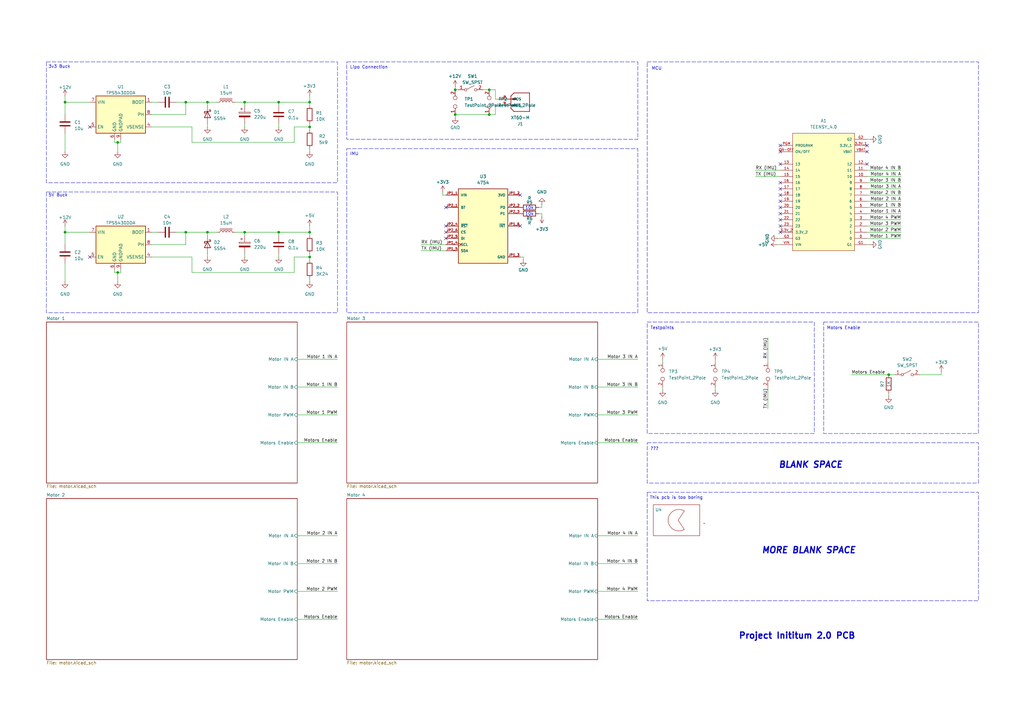
<source format=kicad_sch>
(kicad_sch (version 20250114) (generator "eeschema") (generator_version "9.0")
  (paper "A3")
  (title_block (title "A PCB") (date "2025-06-14") (rev "1") (company "Chen-Xuan Ng"))
  (lib_symbols
    (symbol "+12V_1" (power) (pin_names (offset 0))
      (property "Value" "+12V" (at 0 3.556 0))
      (symbol "+12V_1_0_1"
        (polyline (pts (xy -0.762 1.27) (xy 0 2.54)))
        (polyline (pts (xy 0 2.54) (xy 0.762 1.27)))
        (polyline (pts (xy 0 0) (xy 0 2.54)))
      )
      (symbol "+12V_1_1_1"
        (pin power_in line (at 0 0 90) (length 0) (hide yes) (name "+12V") (number "1"))
      )
    )
    (symbol "+12V_2" (power) (pin_names (offset 0))
      (property "Value" "+12V" (at 0 3.556 0))
      (symbol "+12V_2_0_1"
        (polyline (pts (xy -0.762 1.27) (xy 0 2.54)))
        (polyline (pts (xy 0 2.54) (xy 0.762 1.27)))
        (polyline (pts (xy 0 0) (xy 0 2.54)))
      )
      (symbol "+12V_2_1_1"
        (pin power_in line (at 0 0 90) (length 0) (hide yes) (name "+12V") (number "1"))
      )
    )
    (symbol "4754:4754" (pin_names (offset 1.016))
      (property "Reference" "U" (at -10.16 16.002 0))
      (property "Value" "4754" (at -10.16 -17.78 0))
      (symbol "4754_0_0"
        (rectangle (start -10.16 -15.24) (end 10.16 15.24) (stroke (width 0.254)) (fill (type background)))
        (pin input line (at -15.24 12.7 0) (length 5.08) (name "VIN") (number "JP1_1"))
        (pin input line (at -15.24 7.62 0) (length 5.08) (name "BT") (number "JP2_1"))
        (pin input line (at -15.24 0 0) (length 5.08) (name "~{RST}") (number "JP2_4"))
        (pin input line (at -15.24 -2.54 0) (length 5.08) (name "CS") (number "JP2_6"))
        (pin input line (at -15.24 -5.08 0) (length 5.08) (name "DI") (number "JP2_5"))
        (pin bidirectional clock (at -15.24 -7.62 0) (length 5.08) (name "SCL") (number "JP1_4"))
        (pin bidirectional line (at -15.24 -10.16 0) (length 5.08) (name "SDA") (number "JP1_5"))
        (pin output line (at 15.24 12.7 180) (length 5.08) (name "3VO") (number "JP1_2"))
        (pin bidirectional line (at 15.24 7.62 180) (length 5.08) (name "P0") (number "JP2_2"))
        (pin bidirectional line (at 15.24 5.08 180) (length 5.08) (name "P1") (number "JP2_3"))
        (pin output line (at 15.24 0 180) (length 5.08) (name "~{INT}") (number "JP1_6"))
        (pin power_in line (at 15.24 -12.7 180) (length 5.08) (name "GND") (number "JP1_3"))
      )
    )
    (symbol "Connector:TestPoint_2Pole" (pin_names (offset 0.762) (hide yes))
      (property "Reference" "TP" (at 0 1.524 0))
      (property "Value" "TestPoint_2Pole" (at 0 -1.778 0))
      (symbol "TestPoint_2Pole_0_1"
        (circle (center -1.778 0) (radius 0.762))
        (circle (center 1.778 0) (radius 0.762))
        (pin passive line (at -5.08 0 0) (length 2.54) (name "1") (number "1"))
        (pin passive line (at 5.08 0 180) (length 2.54) (name "2") (number "2"))
      )
    )
    (symbol "Device:C" (pin_numbers (hide yes)) (pin_names (offset 0.254))
      (property "Reference" "C" (at 0.635 2.54 0))
      (property "Value" "C" (at 0.635 -2.54 0))
      (symbol "C_0_1"
        (polyline (pts (xy -2.032 0.762) (xy 2.032 0.762)) (stroke (width 0.508)))
        (polyline (pts (xy -2.032 -0.762) (xy 2.032 -0.762)) (stroke (width 0.508)))
      )
      (symbol "C_1_1"
        (pin passive line (at 0 3.81 270) (length 2.794) (name "~") (number "1"))
        (pin passive line (at 0 -3.81 90) (length 2.794) (name "~") (number "2"))
      )
    )
    (symbol "Device:C_Polarized" (pin_numbers (hide yes)) (pin_names (offset 0.254))
      (property "Reference" "C" (at 0.635 2.54 0))
      (property "Value" "C_Polarized" (at 0.635 -2.54 0))
      (symbol "C_Polarized_0_1"
        (rectangle (start -2.286 0.508) (end 2.286 1.016))
        (polyline (pts (xy -1.778 2.286) (xy -0.762 2.286)))
        (polyline (pts (xy -1.27 2.794) (xy -1.27 1.778)))
        (rectangle (start 2.286 -0.508) (end -2.286 -1.016) (fill (type outline)))
      )
      (symbol "C_Polarized_1_1"
        (pin passive line (at 0 3.81 270) (length 2.794) (name "~") (number "1"))
        (pin passive line (at 0 -3.81 90) (length 2.794) (name "~") (number "2"))
      )
    )
    (symbol "Device:L_Iron" (pin_numbers (hide yes)) (pin_names (offset 1.016) (hide yes))
      (property "Reference" "L" (at -1.27 0 90))
      (property "Value" "L_Iron" (at 2.794 0 90))
      (symbol "L_Iron_0_1"
        (arc (start 0 2.54) (mid 0.6323 1.905) (end 0 1.27))
        (arc (start 0 1.27) (mid 0.6323 0.635) (end 0 0))
        (arc (start 0 0) (mid 0.6323 -0.635) (end 0 -1.27))
        (arc (start 0 -1.27) (mid 0.6323 -1.905) (end 0 -2.54))
        (polyline (pts (xy 1.016 2.54) (xy 1.016 -2.54)))
        (polyline (pts (xy 1.524 -2.54) (xy 1.524 2.54)))
      )
      (symbol "L_Iron_1_1"
        (pin passive line (at 0 3.81 270) (length 1.27) (name "1") (number "1"))
        (pin passive line (at 0 -3.81 90) (length 1.27) (name "2") (number "2"))
      )
    )
    (symbol "Device:R" (pin_numbers (hide yes)) (pin_names (offset 0))
      (property "Reference" "R" (at 2.032 0 90))
      (property "Value" "R" (at 0 0 90))
      (symbol "R_0_1"
        (rectangle (start -1.016 -2.54) (end 1.016 2.54) (stroke (width 0.254)))
      )
      (symbol "R_1_1"
        (pin passive line (at 0 3.81 270) (length 1.27) (name "~") (number "1"))
        (pin passive line (at 0 -3.81 90) (length 1.27) (name "~") (number "2"))
      )
    )
    (symbol "Diode:B340" (pin_numbers (hide yes)) (pin_names (offset 1.016) (hide yes))
      (property "Reference" "D" (at 0 2.54 0))
      (property "Value" "B340" (at 0 -2.54 0))
      (symbol "B340_0_1"
        (polyline (pts (xy -1.905 0.635) (xy -1.905 1.27) (xy -1.27 1.27) (xy -1.27 -1.27) (xy -0.635 -1.27) (xy -0.635 -0.635)) (stroke (width 0.254)))
        (polyline (pts (xy 1.27 1.27) (xy 1.27 -1.27) (xy -1.27 0) (xy 1.27 1.27)) (stroke (width 0.254)))
        (polyline (pts (xy 1.27 0) (xy -1.27 0)))
      )
      (symbol "B340_1_1"
        (pin passive line (at -3.81 0 0) (length 2.54) (name "K") (number "1"))
        (pin passive line (at 3.81 0 180) (length 2.54) (name "A") (number "2"))
      )
    )
    (symbol "GND_1" (power) (pin_names (offset 0))
      (property "Value" "GND" (at 0 -3.81 0))
      (symbol "GND_1_0_1"
        (polyline (pts (xy 0 0) (xy 0 -1.27) (xy 1.27 -1.27) (xy 0 -2.54) (xy -1.27 -1.27) (xy 0 -1.27)))
      )
      (symbol "GND_1_1_1"
        (pin power_in line (at 0 0 270) (length 0) (hide yes) (name "GND") (number "1"))
      )
    )
    (symbol "GND_10" (power) (pin_names (offset 0))
      (property "Value" "GND" (at 0 -3.81 0))
      (symbol "GND_10_0_1"
        (polyline (pts (xy 0 0) (xy 0 -1.27) (xy 1.27 -1.27) (xy 0 -2.54) (xy -1.27 -1.27) (xy 0 -1.27)))
      )
      (symbol "GND_10_1_1"
        (pin power_in line (at 0 0 270) (length 0) (hide yes) (name "GND") (number "1"))
      )
    )
    (symbol "GND_11" (power) (pin_names (offset 0))
      (property "Value" "GND" (at 0 -3.81 0))
      (symbol "GND_11_0_1"
        (polyline (pts (xy 0 0) (xy 0 -1.27) (xy 1.27 -1.27) (xy 0 -2.54) (xy -1.27 -1.27) (xy 0 -1.27)))
      )
      (symbol "GND_11_1_1"
        (pin power_in line (at 0 0 270) (length 0) (hide yes) (name "GND") (number "1"))
      )
    )
    (symbol "GND_12" (power) (pin_names (offset 0))
      (property "Value" "GND" (at 0 -3.81 0))
      (symbol "GND_12_0_1"
        (polyline (pts (xy 0 0) (xy 0 -1.27) (xy 1.27 -1.27) (xy 0 -2.54) (xy -1.27 -1.27) (xy 0 -1.27)))
      )
      (symbol "GND_12_1_1"
        (pin power_in line (at 0 0 270) (length 0) (hide yes) (name "GND") (number "1"))
      )
    )
    (symbol "GND_2" (power) (pin_names (offset 0))
      (property "Value" "GND" (at 0 -3.81 0))
      (symbol "GND_2_0_1"
        (polyline (pts (xy 0 0) (xy 0 -1.27) (xy 1.27 -1.27) (xy 0 -2.54) (xy -1.27 -1.27) (xy 0 -1.27)))
      )
      (symbol "GND_2_1_1"
        (pin power_in line (at 0 0 270) (length 0) (hide yes) (name "GND") (number "1"))
      )
    )
    (symbol "GND_3" (power) (pin_names (offset 0))
      (property "Value" "GND" (at 0 -3.81 0))
      (symbol "GND_3_0_1"
        (polyline (pts (xy 0 0) (xy 0 -1.27) (xy 1.27 -1.27) (xy 0 -2.54) (xy -1.27 -1.27) (xy 0 -1.27)))
      )
      (symbol "GND_3_1_1"
        (pin power_in line (at 0 0 270) (length 0) (hide yes) (name "GND") (number "1"))
      )
    )
    (symbol "GND_4" (power) (pin_names (offset 0))
      (property "Value" "GND" (at 0 -3.81 0))
      (symbol "GND_4_0_1"
        (polyline (pts (xy 0 0) (xy 0 -1.27) (xy 1.27 -1.27) (xy 0 -2.54) (xy -1.27 -1.27) (xy 0 -1.27)))
      )
      (symbol "GND_4_1_1"
        (pin power_in line (at 0 0 270) (length 0) (hide yes) (name "GND") (number "1"))
      )
    )
    (symbol "GND_5" (power) (pin_names (offset 0))
      (property "Value" "GND" (at 0 -3.81 0))
      (symbol "GND_5_0_1"
        (polyline (pts (xy 0 0) (xy 0 -1.27) (xy 1.27 -1.27) (xy 0 -2.54) (xy -1.27 -1.27) (xy 0 -1.27)))
      )
      (symbol "GND_5_1_1"
        (pin power_in line (at 0 0 270) (length 0) (hide yes) (name "GND") (number "1"))
      )
    )
    (symbol "GND_6" (power) (pin_names (offset 0))
      (property "Value" "GND" (at 0 -3.81 0))
      (symbol "GND_6_0_1"
        (polyline (pts (xy 0 0) (xy 0 -1.27) (xy 1.27 -1.27) (xy 0 -2.54) (xy -1.27 -1.27) (xy 0 -1.27)))
      )
      (symbol "GND_6_1_1"
        (pin power_in line (at 0 0 270) (length 0) (hide yes) (name "GND") (number "1"))
      )
    )
    (symbol "GND_7" (power) (pin_names (offset 0))
      (property "Value" "GND" (at 0 -3.81 0))
      (symbol "GND_7_0_1"
        (polyline (pts (xy 0 0) (xy 0 -1.27) (xy 1.27 -1.27) (xy 0 -2.54) (xy -1.27 -1.27) (xy 0 -1.27)))
      )
      (symbol "GND_7_1_1"
        (pin power_in line (at 0 0 270) (length 0) (hide yes) (name "GND") (number "1"))
      )
    )
    (symbol "GND_8" (power) (pin_names (offset 0))
      (property "Value" "GND" (at 0 -3.81 0))
      (symbol "GND_8_0_1"
        (polyline (pts (xy 0 0) (xy 0 -1.27) (xy 1.27 -1.27) (xy 0 -2.54) (xy -1.27 -1.27) (xy 0 -1.27)))
      )
      (symbol "GND_8_1_1"
        (pin power_in line (at 0 0 270) (length 0) (hide yes) (name "GND") (number "1"))
      )
    )
    (symbol "GND_9" (power) (pin_names (offset 0))
      (property "Value" "GND" (at 0 -3.81 0))
      (symbol "GND_9_0_1"
        (polyline (pts (xy 0 0) (xy 0 -1.27) (xy 1.27 -1.27) (xy 0 -2.54) (xy -1.27 -1.27) (xy 0 -1.27)))
      )
      (symbol "GND_9_1_1"
        (pin power_in line (at 0 0 270) (length 0) (hide yes) (name "GND") (number "1"))
      )
    )
    (symbol "Regulator_Switching:TPS5430DDA"
      (property "Reference" "U" (at -10.16 8.89 0))
      (property "Value" "TPS5430DDA" (at -1.27 8.89 0))
      (symbol "TPS5430DDA_0_1"
        (rectangle (start -10.16 7.62) (end 10.16 -7.62) (stroke (width 0.254)) (fill (type background)))
      )
      (symbol "TPS5430DDA_1_1"
        (pin power_in line (at -12.7 5.08 0) (length 2.54) (name "VIN") (number "7"))
        (pin input line (at -12.7 -5.08 0) (length 2.54) (name "EN") (number "5"))
        (pin no_connect line (at -10.16 2.54 0) (length 2.54) (hide yes) (name "NC") (number "2"))
        (pin no_connect line (at -10.16 -2.54 0) (length 2.54) (hide yes) (name "NC") (number "3"))
        (pin power_in line (at -2.54 -10.16 90) (length 2.54) (name "GND") (number "6"))
        (pin power_in line (at 0 -10.16 90) (length 2.54) (name "GNDPAD") (number "9"))
        (pin input line (at 12.7 5.08 180) (length 2.54) (name "BOOT") (number "1"))
        (pin output line (at 12.7 0 180) (length 2.54) (name "PH") (number "8"))
        (pin input line (at 12.7 -5.08 180) (length 2.54) (name "VSENSE") (number "4"))
      )
    )
    (symbol "Switch:SW_SPST" (pin_names (offset 0) (hide yes))
      (property "Reference" "SW" (at 0 3.175 0))
      (property "Value" "SW_SPST" (at 0 -2.54 0))
      (symbol "SW_SPST_0_0"
        (circle (center -2.032 0) (radius 0.508))
        (polyline (pts (xy -1.524 0.254) (xy 1.524 1.778)))
        (circle (center 2.032 0) (radius 0.508))
      )
      (symbol "SW_SPST_1_1"
        (pin passive line (at -5.08 0 0) (length 2.54) (name "A") (number "1"))
        (pin passive line (at 5.08 0 180) (length 2.54) (name "B") (number "2"))
      )
    )
    (symbol "Teensy 4.0:DEV-15583" (pin_names (offset 1.016))
      (property "Reference" "U" (at -12.7 23.622 0))
      (property "Value" "DEV-15583" (at -12.7 -27.94 0))
      (symbol "DEV-15583_0_0"
        (rectangle (start -12.7 -25.4) (end 12.7 22.86) (stroke (width 0.1524)) (fill (type background)))
        (pin power_in line (at -17.78 20.32 0) (length 5.08) (name "G1") (number "G1"))
        (pin bidirectional line (at -17.78 17.78 0) (length 5.08) (name "0") (number "0"))
        (pin bidirectional line (at -17.78 15.24 0) (length 5.08) (name "1") (number "1"))
        (pin bidirectional line (at -17.78 12.7 0) (length 5.08) (name "2") (number "2"))
        (pin bidirectional line (at -17.78 10.16 0) (length 5.08) (name "3") (number "3"))
        (pin bidirectional line (at -17.78 7.62 0) (length 5.08) (name "4") (number "4"))
        (pin bidirectional line (at -17.78 5.08 0) (length 5.08) (name "5") (number "5"))
        (pin bidirectional line (at -17.78 2.54 0) (length 5.08) (name "6") (number "6"))
        (pin bidirectional line (at -17.78 0 0) (length 5.08) (name "7") (number "7"))
        (pin bidirectional line (at -17.78 -2.54 0) (length 5.08) (name "8") (number "8"))
        (pin bidirectional line (at -17.78 -5.08 0) (length 5.08) (name "9") (number "9"))
        (pin bidirectional line (at -17.78 -7.62 0) (length 5.08) (name "10") (number "10"))
        (pin bidirectional line (at -17.78 -10.16 0) (length 5.08) (name "11") (number "11"))
        (pin bidirectional line (at -17.78 -12.7 0) (length 5.08) (name "12") (number "12"))
        (pin power_in line (at -17.78 -17.78 0) (length 5.08) (name "VBAT") (number "VBAT"))
        (pin power_in line (at -17.78 -20.32 0) (length 5.08) (name "3.3V_1") (number "3.3V_1"))
        (pin power_in line (at -17.78 -22.86 0) (length 5.08) (name "G2") (number "G2"))
        (pin power_in line (at 17.78 20.32 180) (length 5.08) (name "VIN") (number "VIN"))
        (pin power_in line (at 17.78 17.78 180) (length 5.08) (name "G3") (number "G3"))
        (pin power_in line (at 17.78 15.24 180) (length 5.08) (name "3.3V_2") (number "3.3V_2"))
        (pin bidirectional line (at 17.78 12.7 180) (length 5.08) (name "23") (number "23"))
        (pin bidirectional line (at 17.78 10.16 180) (length 5.08) (name "22") (number "22"))
        (pin bidirectional line (at 17.78 7.62 180) (length 5.08) (name "21") (number "21"))
        (pin bidirectional line (at 17.78 5.08 180) (length 5.08) (name "20") (number "20"))
        (pin bidirectional line (at 17.78 2.54 180) (length 5.08) (name "19") (number "19"))
        (pin bidirectional line (at 17.78 0 180) (length 5.08) (name "18") (number "18"))
        (pin bidirectional line (at 17.78 -2.54 180) (length 5.08) (name "17") (number "17"))
        (pin bidirectional line (at 17.78 -5.08 180) (length 5.08) (name "16") (number "16"))
        (pin bidirectional line (at 17.78 -7.62 180) (length 5.08) (name "15") (number "15"))
        (pin bidirectional line (at 17.78 -10.16 180) (length 5.08) (name "14") (number "14"))
        (pin bidirectional line (at 17.78 -12.7 180) (length 5.08) (name "13") (number "13"))
        (pin bidirectional line (at 17.78 -17.78 180) (length 5.08) (name "ON/OFF") (number "ON-OFF"))
        (pin bidirectional line (at 17.78 -20.32 180) (length 5.08) (name "PROGRAM") (number "PGM"))
      )
    )
    (symbol "XT60-M:XT60-M" (pin_names (offset 1.016))
      (property "Reference" "J" (at 0 6.35 0))
      (property "Value" "XT60-M" (at 0 -5.08 0))
      (symbol "XT60-M_0_0"
        (polyline (pts (xy 0 3.81) (xy 0 2.54)) (stroke (width 0.254)))
        (polyline (pts (xy 0 3.81) (xy 1.27 5.08)) (stroke (width 0.254)))
        (polyline (pts (xy 0 2.54) (xy 0 -1.27)) (stroke (width 0.254)))
        (polyline (pts (xy 0 2.54) (xy 1.905 2.54)) (stroke (width 0.254)))
        (polyline (pts (xy 0 0) (xy 1.905 0)) (stroke (width 0.254)))
        (polyline (pts (xy 0 -1.27) (xy 1.27 -2.54)) (stroke (width 0.254)))
        (rectangle (start 0.635 2.2225) (end 2.2225 2.8575) (stroke (width 0.1)) (fill (type outline)))
        (rectangle (start 0.635 -0.3175) (end 2.2225 0.3175) (stroke (width 0.1)) (fill (type outline)))
        (polyline (pts (xy 1.27 -2.54) (xy 7.62 -2.54)) (stroke (width 0.254)))
        (polyline (pts (xy 7.62 5.08) (xy 1.27 5.08)) (stroke (width 0.254)))
        (polyline (pts (xy 7.62 -2.54) (xy 7.62 5.08)) (stroke (width 0.254)))
        (pin passive line (at -5.08 2.54 0) (length 5.08) (name "POS") (number "P"))
        (pin passive line (at -5.08 0 0) (length 5.08) (name "NEG") (number "N"))
      )
    )
    (symbol "initium20:pacman"
      (property "Reference" "U" (at 0 0 0))
      (symbol "pacman_0_1"
        (rectangle (start 0 -1.27) (end 19.05 -13.97))
        (arc (start 12.7 -11.43) (mid 6.0623 -7.62) (end 12.7 -3.81))
        (polyline (pts (xy 12.7 -3.81) (xy 10.16 -7.62) (xy 12.7 -11.43)))
      )
    )
    (symbol "power:+12V" (power) (pin_numbers (hide yes)) (pin_names (offset 0) (hide yes))
      (property "Value" "+12V" (at 0 3.556 0))
      (symbol "+12V_0_1"
        (polyline (pts (xy -0.762 1.27) (xy 0 2.54)))
        (polyline (pts (xy 0 2.54) (xy 0.762 1.27)))
        (polyline (pts (xy 0 0) (xy 0 2.54)))
      )
      (symbol "+12V_1_1"
        (pin power_in line (at 0 0 90) (length 0) (name "~") (number "1"))
      )
    )
    (symbol "power:+3V3" (power) (pin_numbers (hide yes)) (pin_names (offset 0) (hide yes))
      (property "Value" "+3V3" (at 0 3.556 0))
      (symbol "+3V3_0_1"
        (polyline (pts (xy -0.762 1.27) (xy 0 2.54)))
        (polyline (pts (xy 0 2.54) (xy 0.762 1.27)))
        (polyline (pts (xy 0 0) (xy 0 2.54)))
      )
      (symbol "+3V3_1_1"
        (pin power_in line (at 0 0 90) (length 0) (name "~") (number "1"))
      )
    )
    (symbol "power:+5V" (power) (pin_names (offset 0))
      (property "Value" "+5V" (at 0 3.556 0))
      (symbol "+5V_0_1"
        (polyline (pts (xy -0.762 1.27) (xy 0 2.54)))
        (polyline (pts (xy 0 2.54) (xy 0.762 1.27)))
        (polyline (pts (xy 0 0) (xy 0 2.54)))
      )
      (symbol "+5V_1_1"
        (pin power_in line (at 0 0 90) (length 0) (hide yes) (name "+5V") (number "1"))
      )
    )
    (symbol "power:GND" (power) (pin_numbers (hide yes)) (pin_names (offset 0) (hide yes))
      (property "Value" "GND" (at 0 -3.81 0))
      (symbol "GND_0_1"
        (polyline (pts (xy 0 0) (xy 0 -1.27) (xy 1.27 -1.27) (xy 0 -2.54) (xy -1.27 -1.27) (xy 0 -1.27)))
      )
      (symbol "GND_1_1"
        (pin power_in line (at 0 0 270) (length 0) (name "~") (number "1"))
      )
    )
  )
  (rectangle (start 265.43 181.61) (end 401.32 198.12) (stroke (width 0) (type dash)))
  (rectangle (start 142.24 60.96) (end 261.62 128.27) (stroke (width 0) (type dash)))
  (rectangle (start 265.43 132.08) (end 334.01 177.8) (stroke (width 0) (type dash)))
  (rectangle (start 19.05 25.4) (end 138.43 74.93) (stroke (width 0) (type dash)))
  (rectangle (start 19.05 78.74) (end 138.43 128.27) (stroke (width 0) (type dash)))
  (rectangle (start 142.24 25.4) (end 261.62 57.15) (stroke (width 0) (type dash)))
  (rectangle (start 265.43 201.93) (end 401.32 246.38) (stroke (width 0) (type dash)))
  (rectangle (start 337.82 132.08) (end 401.32 177.8) (stroke (width 0) (type dash)))
  (rectangle (start 265.43 25.4) (end 401.32 128.27) (stroke (width 0) (type dash)))
  (text "Testpoints" (at 266.7 133.858 0) (effects (font (size 1.27 1.27)) (justify left top)))
  (text "???" (at 266.7 183.388 0) (effects (font (size 1.27 1.27)) (justify left top)))
  (text "10k" (at 217.17 87.884 0) (effects (font (size 1.27 1.27))))
  (text "IMU" (at 143.51 62.484 0) (effects (font (size 1.27 1.27)) (justify left top)))
  (text "3v3 Buck" (at 19.812 26.67 0) (effects (font (size 1.27 1.27)) (justify left top)))
  (text "5V Buck" (at 19.812 79.375 0) (effects (font (size 1.27 1.27)) (justify left top)))
  (text "Lipo Connection" (at 143.51 26.924 0) (effects (font (size 1.27 1.27)) (justify left top)))
  (text "MCU" (at 267.208 27.432 0) (effects (font (size 1.27 1.27)) (justify left top)))
  (text "10k" (at 217.17 85.344 0) (effects (font (size 1.27 1.27))))
  (text "BLANK SPACE" (at 332.486 190.754 0) (effects (font (size 2.54 2.54) (thickness 0.508) (bold yes) (italic yes))))
  (text "Project Inititum 2.0 PCB" (at 326.898 260.858 0) (effects (font (size 2.54 2.54) (thickness 0.508) (bold yes))))
  (text "Motors Enable" (at 339.09 133.858 0) (effects (font (size 1.27 1.27)) (justify left top)))
  (text "This pcb is too boring" (at 266.446 203.454 0) (effects (font (size 1.27 1.27)) (justify left top)))
  (text "MORE BLANK SPACE" (at 331.724 225.806 0) (effects (font (size 2.54 2.54) (thickness 0.508) (bold yes) (italic yes))))
  (junction (at 127 95.25))
  (junction (at 127 41.91))
  (junction (at 85.09 41.91))
  (junction (at 85.09 95.25))
  (junction (at 200.66 36.83))
  (junction (at 186.69 36.83))
  (junction (at 26.67 41.91))
  (junction (at 26.67 95.25))
  (junction (at 127 105.41))
  (junction (at 127 52.07))
  (junction (at 48.26 58.42))
  (junction (at 48.26 111.76))
  (junction (at 200.66 46.99))
  (junction (at 76.2 41.91))
  (junction (at 76.2 95.25))
  (junction (at 364.49 153.67))
  (junction (at 186.69 46.99))
  (junction (at 114.3 41.91))
  (junction (at 114.3 95.25))
  (junction (at 100.33 41.91))
  (junction (at 100.33 95.25))
  (no_connect (at 320.04 85.09))
  (no_connect (at 320.04 95.25))
  (no_connect (at 320.04 67.31))
  (no_connect (at 355.6 62.23))
  (no_connect (at 355.6 59.69))
  (no_connect (at 213.36 80.01))
  (no_connect (at 320.04 59.69))
  (no_connect (at 213.36 92.71))
  (no_connect (at 182.88 92.71))
  (no_connect (at 320.04 82.55))
  (no_connect (at 320.04 62.23))
  (no_connect (at 320.04 87.63))
  (no_connect (at 182.88 85.09))
  (no_connect (at 182.88 97.79))
  (no_connect (at 182.88 95.25))
  (no_connect (at 320.04 77.47))
  (no_connect (at 355.6 67.31))
  (no_connect (at 320.04 90.17))
  (no_connect (at 320.04 74.93))
  (no_connect (at 36.83 52.07))
  (no_connect (at 36.83 105.41))
  (no_connect (at 320.04 92.71))
  (no_connect (at 320.04 80.01))
  (wire (pts (xy 271.78 158.75) (xy 271.78 160.02)))
  (wire (pts (xy 309.88 72.39) (xy 320.04 72.39)))
  (wire (pts (xy 121.92 181.61) (xy 138.43 181.61)))
  (wire (pts (xy 26.67 54.61) (xy 26.67 62.23)))
  (wire (pts (xy 26.67 107.95) (xy 26.67 115.57)))
  (wire (pts (xy 138.43 170.18) (xy 121.92 170.18)))
  (wire (pts (xy 369.57 80.01) (xy 355.6 80.01)))
  (wire (pts (xy 114.3 41.91) (xy 114.3 43.18)))
  (wire (pts (xy 114.3 95.25) (xy 114.3 96.52)))
  (wire (pts (xy 26.67 41.91) (xy 26.67 46.99)))
  (wire (pts (xy 26.67 95.25) (xy 26.67 100.33)))
  (wire (pts (xy 46.99 58.42) (xy 48.26 58.42)))
  (wire (pts (xy 46.99 111.76) (xy 48.26 111.76)))
  (wire (pts (xy 49.53 58.42) (xy 48.26 58.42)))
  (wire (pts (xy 49.53 111.76) (xy 48.26 111.76)))
  (wire (pts (xy 127 39.37) (xy 127 41.91)))
  (wire (pts (xy 127 92.71) (xy 127 95.25)))
  (wire (pts (xy 369.57 95.25) (xy 355.6 95.25)))
  (wire (pts (xy 85.09 41.91) (xy 85.09 43.18)))
  (wire (pts (xy 85.09 95.25) (xy 85.09 96.52)))
  (wire (pts (xy 127 114.3) (xy 127 115.57)))
  (wire (pts (xy 127 60.96) (xy 127 62.23)))
  (wire (pts (xy 78.74 52.07) (xy 78.74 58.42)))
  (wire (pts (xy 78.74 105.41) (xy 78.74 111.76)))
  (wire (pts (xy 62.23 46.99) (xy 76.2 46.99)))
  (wire (pts (xy 62.23 100.33) (xy 76.2 100.33)))
  (wire (pts (xy 377.19 153.67) (xy 386.08 153.67)))
  (wire (pts (xy 100.33 41.91) (xy 114.3 41.91)))
  (wire (pts (xy 100.33 95.25) (xy 114.3 95.25)))
  (wire (pts (xy 138.43 231.14) (xy 121.92 231.14)))
  (wire (pts (xy 369.57 77.47) (xy 355.6 77.47)))
  (wire (pts (xy 318.77 100.33) (xy 320.04 100.33)))
  (wire (pts (xy 78.74 58.42) (xy 120.65 58.42)))
  (wire (pts (xy 78.74 111.76) (xy 120.65 111.76)))
  (wire (pts (xy 369.57 72.39) (xy 355.6 72.39)))
  (wire (pts (xy 49.53 57.15) (xy 49.53 58.42)))
  (wire (pts (xy 49.53 110.49) (xy 49.53 111.76)))
  (wire (pts (xy 318.77 97.79) (xy 320.04 97.79)))
  (wire (pts (xy 293.37 147.32) (xy 293.37 148.59)))
  (wire (pts (xy 138.43 158.75) (xy 121.92 158.75)))
  (wire (pts (xy 186.69 35.56) (xy 186.69 36.83)))
  (wire (pts (xy 100.33 50.8) (xy 100.33 52.07)))
  (wire (pts (xy 100.33 104.14) (xy 100.33 105.41)))
  (wire (pts (xy 198.12 36.83) (xy 200.66 36.83)))
  (wire (pts (xy 261.62 158.75) (xy 245.11 158.75)))
  (wire (pts (xy 261.62 219.71) (xy 245.11 219.71)))
  (wire (pts (xy 369.57 85.09) (xy 355.6 85.09)))
  (wire (pts (xy 309.88 69.85) (xy 320.04 69.85)))
  (wire (pts (xy 186.69 46.99) (xy 200.66 46.99)))
  (wire (pts (xy 85.09 41.91) (xy 88.9 41.91)))
  (wire (pts (xy 85.09 95.25) (xy 88.9 95.25)))
  (wire (pts (xy 62.23 41.91) (xy 64.77 41.91)))
  (wire (pts (xy 62.23 95.25) (xy 64.77 95.25)))
  (wire (pts (xy 138.43 242.57) (xy 121.92 242.57)))
  (wire (pts (xy 121.92 254) (xy 138.43 254)))
  (wire (pts (xy 261.62 231.14) (xy 245.11 231.14)))
  (wire (pts (xy 46.99 57.15) (xy 46.99 58.42)))
  (wire (pts (xy 46.99 110.49) (xy 46.99 111.76)))
  (wire (pts (xy 96.52 41.91) (xy 100.33 41.91)))
  (wire (pts (xy 96.52 95.25) (xy 100.33 95.25)))
  (wire (pts (xy 172.72 102.87) (xy 182.88 102.87)))
  (wire (pts (xy 369.57 87.63) (xy 355.6 87.63)))
  (wire (pts (xy 364.49 153.67) (xy 367.03 153.67)))
  (wire (pts (xy 203.2 36.83) (xy 203.2 40.64)))
  (wire (pts (xy 26.67 95.25) (xy 26.67 92.71)))
  (wire (pts (xy 26.67 41.91) (xy 26.67 39.37)))
  (wire (pts (xy 114.3 41.91) (xy 127 41.91)))
  (wire (pts (xy 114.3 95.25) (xy 127 95.25)))
  (wire (pts (xy 181.61 80.01) (xy 181.61 78.74)))
  (wire (pts (xy 222.25 87.63) (xy 222.25 88.9)))
  (wire (pts (xy 62.23 52.07) (xy 78.74 52.07)))
  (wire (pts (xy 62.23 105.41) (xy 78.74 105.41)))
  (wire (pts (xy 369.57 69.85) (xy 355.6 69.85)))
  (wire (pts (xy 203.2 46.99) (xy 203.2 43.18)))
  (wire (pts (xy 220.98 85.09) (xy 222.25 85.09)))
  (wire (pts (xy 314.96 138.43) (xy 314.96 148.59)))
  (wire (pts (xy 200.66 36.83) (xy 203.2 36.83)))
  (wire (pts (xy 261.62 147.32) (xy 245.11 147.32)))
  (wire (pts (xy 203.2 40.64) (xy 204.47 40.64)))
  (wire (pts (xy 369.57 74.93) (xy 355.6 74.93)))
  (wire (pts (xy 186.69 36.83) (xy 187.96 36.83)))
  (wire (pts (xy 76.2 95.25) (xy 85.09 95.25)))
  (wire (pts (xy 76.2 41.91) (xy 85.09 41.91)))
  (wire (pts (xy 127 104.14) (xy 127 105.41)))
  (wire (pts (xy 127 50.8) (xy 127 52.07)))
  (wire (pts (xy 220.98 87.63) (xy 222.25 87.63)))
  (wire (pts (xy 181.61 80.01) (xy 182.88 80.01)))
  (wire (pts (xy 261.62 170.18) (xy 245.11 170.18)))
  (wire (pts (xy 364.49 162.56) (xy 364.49 161.29)))
  (wire (pts (xy 76.2 46.99) (xy 76.2 41.91)))
  (wire (pts (xy 76.2 100.33) (xy 76.2 95.25)))
  (wire (pts (xy 222.25 83.82) (xy 222.25 85.09)))
  (wire (pts (xy 314.96 167.64) (xy 314.96 158.75)))
  (wire (pts (xy 355.6 100.33) (xy 356.87 100.33)))
  (wire (pts (xy 369.57 97.79) (xy 355.6 97.79)))
  (wire (pts (xy 48.26 62.23) (xy 48.26 58.42)))
  (wire (pts (xy 48.26 115.57) (xy 48.26 111.76)))
  (wire (pts (xy 138.43 147.32) (xy 121.92 147.32)))
  (wire (pts (xy 271.78 147.32) (xy 271.78 148.59)))
  (wire (pts (xy 214.63 105.41) (xy 214.63 106.68)))
  (wire (pts (xy 85.09 50.8) (xy 85.09 52.07)))
  (wire (pts (xy 85.09 104.14) (xy 85.09 105.41)))
  (wire (pts (xy 386.08 152.4) (xy 386.08 153.67)))
  (wire (pts (xy 127 105.41) (xy 127 106.68)))
  (wire (pts (xy 127 52.07) (xy 127 53.34)))
  (wire (pts (xy 186.69 48.26) (xy 186.69 46.99)))
  (wire (pts (xy 138.43 219.71) (xy 121.92 219.71)))
  (wire (pts (xy 120.65 52.07) (xy 127 52.07)))
  (wire (pts (xy 120.65 105.41) (xy 127 105.41)))
  (wire (pts (xy 100.33 41.91) (xy 100.33 43.18)))
  (wire (pts (xy 100.33 95.25) (xy 100.33 96.52)))
  (wire (pts (xy 369.57 90.17) (xy 355.6 90.17)))
  (wire (pts (xy 26.67 41.91) (xy 36.83 41.91)))
  (wire (pts (xy 26.67 95.25) (xy 36.83 95.25)))
  (wire (pts (xy 172.72 100.33) (xy 182.88 100.33)))
  (wire (pts (xy 213.36 105.41) (xy 214.63 105.41)))
  (wire (pts (xy 245.11 181.61) (xy 261.62 181.61)))
  (wire (pts (xy 203.2 43.18) (xy 204.47 43.18)))
  (wire (pts (xy 200.66 46.99) (xy 203.2 46.99)))
  (wire (pts (xy 356.87 57.15) (xy 355.6 57.15)))
  (wire (pts (xy 114.3 50.8) (xy 114.3 52.07)))
  (wire (pts (xy 114.3 104.14) (xy 114.3 105.41)))
  (wire (pts (xy 369.57 82.55) (xy 355.6 82.55)))
  (wire (pts (xy 245.11 254) (xy 261.62 254)))
  (wire (pts (xy 369.57 92.71) (xy 355.6 92.71)))
  (wire (pts (xy 72.39 41.91) (xy 76.2 41.91)))
  (wire (pts (xy 72.39 95.25) (xy 76.2 95.25)))
  (wire (pts (xy 127 95.25) (xy 127 96.52)))
  (wire (pts (xy 127 41.91) (xy 127 43.18)))
  (wire (pts (xy 349.25 153.67) (xy 364.49 153.67)))
  (wire (pts (xy 293.37 158.75) (xy 293.37 160.02)))
  (wire (pts (xy 261.62 242.57) (xy 245.11 242.57)))
  (wire (pts (xy 120.65 58.42) (xy 120.65 52.07)))
  (wire (pts (xy 120.65 111.76) (xy 120.65 105.41)))
  (label "TX (IMU)" (at 309.88 72.39 0))
  (label "Motor 4 PWM" (at 369.57 90.17 180))
  (label "TX (IMU)" (at 172.72 102.87 0))
  (label "Motor 2 IN B" (at 138.43 231.14 180))
  (label "Motor 2 PWM" (at 138.43 242.57 180))
  (label "Motor 3 PWM" (at 261.62 170.18 180))
  (label "Motor 3 IN B" (at 261.62 158.75 180))
  (label "RX (IMU)" (at 172.72 100.33 0))
  (label "Motor 1 IN B" (at 138.43 158.75 180))
  (label "Motor 2 IN B" (at 369.57 80.01 180))
  (label "RX (IMU)" (at 309.88 69.85 0))
  (label "Motors Enable" (at 138.43 181.61 180))
  (label "Motor 1 IN A" (at 369.57 87.63 180))
  (label "Motor 1 IN B" (at 369.57 85.09 180))
  (label "Motor 3 IN A" (at 369.57 77.47 180))
  (label "Motor 2 IN A" (at 369.57 82.55 180))
  (label "Motors Enable" (at 261.62 181.61 180))
  (label "Motor 4 PWM" (at 261.62 242.57 180))
  (label "Motor 1 PWM" (at 369.57 97.79 180))
  (label "Motor 1 IN A" (at 138.43 147.32 180))
  (label "Motor 1 PWM" (at 138.43 170.18 180))
  (label "RX (IMU)" (at 314.96 138.43 270))
  (label "Motor 4 IN B" (at 261.62 231.14 180))
  (label "Motor 3 PWM" (at 369.57 92.71 180))
  (label "Motor 4 IN A" (at 261.62 219.71 180))
  (label "Motors Enable" (at 138.43 254 180))
  (label "Motor 2 PWM" (at 369.57 95.25 180))
  (label "TX (IMU)" (at 314.96 167.64 90))
  (label "Motor 3 IN A" (at 261.62 147.32 180))
  (label "Motor 3 IN B" (at 369.57 74.93 180))
  (label "Motor 4 IN B" (at 369.57 69.85 180))
  (label "Motor 2 IN A" (at 138.43 219.71 180))
  (label "Motors Enable" (at 349.25 153.67 0))
  (label "Motor 4 IN A" (at 369.57 72.39 180))
  (label "Motors Enable" (at 261.62 254 180))
  (symbol (lib_id "power:+3V3") (at 386.08 152.4 0) (unit 1)
    (property "Reference" "#PWR032" (effects (hide yes)))
    (property "Value" "+3V3" (at 383.286 148.59 0) (effects (justify left)))
    (property "Description" "Power symbol creates a global label with name \"+3V3\"" (effects (hide yes)))
  )
  (symbol (lib_id "Device:C_Polarized") (at 100.33 100.33 0) (unit 1)
    (property "Reference" "C6" (at 104.14 98.806 0) (effects (justify left)))
    (property "Value" "220u" (at 104.14 101.346 0) (effects (justify left)))
    (property "Footprint" "Capacitor_Tantalum_SMD:CP_EIA-7343-15_Kemet-W_Pad2.25x2.55mm_HandSolder" (effects (hide yes)))
    (property "LCSC" "C5348248" (effects (hide yes)))
  )
  (symbol (lib_id "power:GND") (at 356.87 100.33 90) (unit 1)
    (property "Reference" "#PWR030" (effects (hide yes)))
    (property "Value" "GND" (at 360.934 100.33 0))
    (property "Description" "Power symbol creates a global label with name \"GND\" , ground" (effects (hide yes)))
  )
  (symbol (lib_name "GND_8") (lib_id "power:GND") (at 48.26 115.57 0) (unit 1)
    (property "Reference" "#PWR06" (effects (hide yes)))
    (property "Value" "GND" (at 48.26 120.65 0))
  )
  (symbol (lib_id "Device:C") (at 68.58 41.91 90) (unit 1)
    (property "Reference" "C3" (at 68.58 35.56 90))
    (property "Value" "10n" (at 68.58 38.1 90))
    (property "Footprint" "Capacitor_SMD:C_0603_1608Metric" (effects (hide yes)))
    (property "LCSC" "C597236" (effects (hide yes)))
  )
  (symbol (lib_name "GND_4") (lib_id "power:GND") (at 114.3 52.07 0) (unit 1)
    (property "Reference" "#PWR011" (effects (hide yes)))
    (property "Value" "GND" (at 114.3 57.15 0))
  )
  (symbol (lib_id "initium20:pacman") (at 267.97 205.74 0) (unit 1)
    (property "Reference" "U4" (at 268.732 209.042 0) (effects (justify left)))
    (property "Value" "~" (at 288.29 214.63 0) (effects (justify left)))
    (property "Footprint" "initium20:pacman" (effects (hide yes)))
  )
  (symbol (lib_id "power:GND") (at 356.87 57.15 90) (unit 1)
    (property "Reference" "#PWR029" (effects (hide yes)))
    (property "Value" "GND" (at 360.934 57.15 0))
    (property "Description" "Power symbol creates a global label with name \"GND\" , ground" (effects (hide yes)))
  )
  (symbol (lib_name "GND_5") (lib_id "power:GND") (at 85.09 52.07 0) (unit 1)
    (property "Reference" "#PWR07" (effects (hide yes)))
    (property "Value" "GND" (at 85.09 57.15 0))
  )
  (symbol (lib_name "GND_3") (lib_id "power:GND") (at 293.37 160.02 0) (unit 1)
    (property "Reference" "#PWR026" (effects (hide yes)))
    (property "Value" "GND" (at 293.37 165.1 0))
  )
  (symbol (lib_id "power:+3V3") (at 222.25 88.9 180) (unit 1)
    (property "Reference" "#PWR022" (effects (hide yes)))
    (property "Value" "+3V3" (at 222.25 93.98 0))
    (property "Description" "Power symbol creates a global label with name \"+3V3\"" (effects (hide yes)))
  )
  (symbol (lib_id "Connector:TestPoint_2Pole") (at 271.78 153.67 270) (unit 1)
    (property "Reference" "TP3" (at 274.32 152.3999 90) (effects (justify left)))
    (property "Value" "TestPoint_2Pole" (at 274.32 154.9399 90) (effects (justify left)))
    (property "Footprint" "TestPoint:TestPoint_2Pads_Pitch2.54mm_Drill0.8mm" (effects (hide yes)))
    (property "Description" "2-polar test point" (effects (hide yes)))
  )
  (symbol (lib_id "power:+3V3") (at 127 39.37 0) (unit 1)
    (property "Reference" "#PWR013" (effects (hide yes)))
    (property "Value" "+3V3" (at 124.206 35.306 0) (effects (justify left)))
    (property "Description" "Power symbol creates a global label with name \"+3V3\"" (effects (hide yes)))
  )
  (symbol (lib_id "power:GND") (at 318.77 97.79 270) (unit 1)
    (property "Reference" "#PWR027" (effects (hide yes)))
    (property "Value" "GND" (at 314.706 97.79 0))
    (property "Description" "Power symbol creates a global label with name \"GND\" , ground" (effects (hide yes)))
  )
  (symbol (lib_name "GND_7") (lib_id "power:GND") (at 26.67 115.57 0) (unit 1)
    (property "Reference" "#PWR04" (effects (hide yes)))
    (property "Value" "GND" (at 26.67 120.65 0))
  )
  (symbol (lib_id "Device:C") (at 26.67 50.8 0) (unit 1)
    (property "Reference" "C1" (at 30.48 50.165 0) (effects (justify left)))
    (property "Value" "10u" (at 30.48 52.705 0) (effects (justify left)))
    (property "Footprint" "Capacitor_SMD:C_0603_1608Metric" (effects (hide yes)))
    (property "LCSC" "C92487" (effects (hide yes)))
  )
  (symbol (lib_id "power:GND") (at 364.49 162.56 0) (unit 1)
    (property "Reference" "#PWR031" (effects (hide yes)))
    (property "Value" "GND" (at 364.49 167.132 0))
    (property "Description" "Power symbol creates a global label with name \"GND\" , ground" (effects (hide yes)))
  )
  (symbol (lib_name "GND_2") (lib_id "power:GND") (at 48.26 62.23 0) (unit 1)
    (property "Reference" "#PWR05" (effects (hide yes)))
    (property "Value" "GND" (at 48.26 67.31 0))
  )
  (symbol (lib_id "power:+3V3") (at 293.37 147.32 0) (unit 1)
    (property "Reference" "#PWR025" (effects (hide yes)))
    (property "Value" "+3V3" (at 290.576 143.256 0) (effects (justify left)))
    (property "Description" "Power symbol creates a global label with name \"+3V3\"" (effects (hide yes)))
  )
  (symbol (lib_id "power:+5V") (at 318.77 100.33 90) (unit 1)
    (property "Reference" "#PWR028" (effects (hide yes)))
    (property "Value" "+5V" (at 314.96 100.3299 90) (effects (justify left)))
  )
  (symbol (lib_id "Diode:B340") (at 85.09 100.33 270) (unit 1)
    (property "Reference" "D2" (at 87.63 99.3775 90) (effects (justify left)))
    (property "Value" "SS54" (at 87.63 101.9175 90) (effects (justify left)))
    (property "Footprint" "initium20:DIOM5025X220N" (effects (hide yes)))
    (property "Datasheet" "http://www.jameco.com/Jameco/Products/ProdDS/1538777.pdf" (effects (hide yes)))
    (property "LCSC" "C6807781" (effects (hide yes)))
  )
  (symbol (lib_id "power:+3V3") (at 181.61 78.74 0) (unit 1)
    (property "Reference" "#PWR017" (effects (hide yes)))
    (property "Value" "+3V3" (at 178.816 74.676 0) (effects (justify left)))
    (property "Description" "Power symbol creates a global label with name \"+3V3\"" (effects (hide yes)))
  )
  (symbol (lib_name "GND_11") (lib_id "power:GND") (at 85.09 105.41 0) (unit 1)
    (property "Reference" "#PWR08" (effects (hide yes)))
    (property "Value" "GND" (at 85.09 110.49 0))
  )
  (symbol (lib_id "power:GND") (at 186.69 48.26 0) (unit 1)
    (property "Reference" "#PWR019" (effects (hide yes)))
    (property "Value" "GND" (at 184.658 52.324 0) (effects (justify left)))
    (property "Description" "Power symbol creates a global label with name \"GND\" , ground" (effects (hide yes)))
  )
  (symbol (lib_id "Device:C_Polarized") (at 100.33 46.99 0) (unit 1)
    (property "Reference" "C5" (at 104.14 45.466 0) (effects (justify left)))
    (property "Value" "220u" (at 104.14 48.006 0) (effects (justify left)))
    (property "Footprint" "Capacitor_Tantalum_SMD:CP_EIA-7343-15_Kemet-W_Pad2.25x2.55mm_HandSolder" (effects (hide yes)))
    (property "LCSC" "C5348248" (effects (hide yes)))
  )
  (symbol (lib_name "GND_1") (lib_id "power:GND") (at 26.67 62.23 0) (unit 1)
    (property "Reference" "#PWR02" (effects (hide yes)))
    (property "Value" "GND" (at 26.67 67.31 0))
  )
  (symbol (lib_id "Device:R") (at 127 110.49 0) (unit 1)
    (property "Reference" "R4" (at 129.54 109.855 0) (effects (justify left)))
    (property "Value" "3K24" (at 129.54 112.395 0) (effects (justify left)))
    (property "Footprint" "Resistor_SMD:R_0603_1608Metric" (effects (hide yes)))
    (property "LCSC" "C22994" (effects (hide yes)))
  )
  (symbol (lib_id "Device:R") (at 364.49 157.48 180) (unit 1)
    (property "Reference" "R7" (at 361.95 157.48 90))
    (property "Value" "1K" (at 364.49 157.48 90))
    (property "Footprint" "Resistor_SMD:R_0603_1608Metric" (effects (hide yes)))
  )
  (symbol (lib_id "Teensy 4.0:DEV-15583") (at 337.82 80.01 180) (unit 1)
    (property "Reference" "A1" (at 337.82 49.53 0))
    (property "Value" "TEENSY_4.0" (at 337.82 52.07 0))
    (property "Footprint" "initium20:MODULE_DEV-15583" (effects (hide yes)))
    (property "TEENSY" "4.0" (effects (hide yes)))
    (property "MF" "SparkFun Electronics" (effects (hide yes)))
    (property "Description_1" "\n                        \n                            RT1062 Teensy 4.0 series ARM® Cortex®-M7 MPU Embedded Evaluation Board\n                        \n" (effects (hide yes)))
    (property "Package" "None" (effects (hide yes)))
    (property "Price" "None" (effects (hide yes)))
    (property "SnapEDA_Link" "https://www.snapeda.com/parts/DEV-15583/SparkFun/view-part/?ref=snap" (effects (hide yes)))
    (property "MP" "DEV-15583" (effects (hide yes)))
    (property "Availability" "In Stock" (effects (hide yes)))
    (property "Check_prices" "https://www.snapeda.com/parts/DEV-15583/SparkFun/view-part/?ref=eda" (effects (hide yes)))
    (property "MAXIMUM_PACKAGE_HEIGHT" "5.87mm" (effects (hide yes)))
    (property "STANDARD" "Manufacturer Recommendations" (effects (hide yes)))
    (property "MANUFACTURER" "Sparkfun" (effects (hide yes)))
  )
  (symbol (lib_id "Connector:TestPoint_2Pole") (at 314.96 153.67 270) (unit 1)
    (property "Reference" "TP5" (at 317.5 152.3999 90) (effects (justify left)))
    (property "Value" "TestPoint_2Pole" (at 317.5 154.9399 90) (effects (justify left)))
    (property "Footprint" "TestPoint:TestPoint_2Pads_Pitch2.54mm_Drill0.8mm" (effects (hide yes)))
    (property "Description" "2-polar test point" (effects (hide yes)))
  )
  (symbol (lib_id "power:GND") (at 222.25 83.82 180) (unit 1)
    (property "Reference" "#PWR021" (effects (hide yes)))
    (property "Value" "GND" (at 222.25 78.74 0))
    (property "Description" "Power symbol creates a global label with name \"GND\" , ground" (effects (hide yes)))
  )
  (symbol (lib_name "GND_10") (lib_id "power:GND") (at 114.3 105.41 0) (unit 1)
    (property "Reference" "#PWR012" (effects (hide yes)))
    (property "Value" "GND" (at 114.3 110.49 0))
  )
  (symbol (lib_id "4754:4754") (at 198.12 92.71 0) (unit 1)
    (property "Reference" "U3" (at 198.12 72.39 0))
    (property "Value" "4754" (at 198.12 74.93 0))
    (property "Footprint" "initium20:MODULE_4754" (effects (hide yes)))
    (property "MF" "Adafruit" (effects (hide yes)))
    (property "MAXIMUM_PACKAGE_HEIGHT" "4.6mm" (effects (hide yes)))
    (property "Package" "None" (effects (hide yes)))
    (property "Price" "None" (effects (hide yes)))
    (property "Check_prices" "https://www.snapeda.com/parts/4754/Adafruit+Industries/view-part/?ref=eda" (effects (hide yes)))
    (property "STANDARD" "Manufacturer Recommendations" (effects (hide yes)))
    (property "PARTREV" "2021-03-16" (effects (hide yes)))
    (property "SnapEDA_Link" "https://www.snapeda.com/parts/4754/Adafruit+Industries/view-part/?ref=snap" (effects (hide yes)))
    (property "MP" "4754" (effects (hide yes)))
    (property "Description_1" "\n                        \n                            Adafruit 9-DOF Orientation IMU Fusion Breakout - BNO085 (BNO080) - STEMMA QT / Qwiic\n                        \n" (effects (hide yes)))
    (property "MANUFACTURER" "Adafruit" (effects (hide yes)))
    (property "Availability" "In Stock" (effects (hide yes)))
    (property "SNAPEDA_PN" "4754" (effects (hide yes)))
  )
  (symbol (lib_name "GND_3") (lib_id "power:GND") (at 127 62.23 0) (unit 1)
    (property "Reference" "#PWR014" (effects (hide yes)))
    (property "Value" "GND" (at 127 67.31 0))
  )
  (symbol (lib_name "GND_6") (lib_id "power:GND") (at 100.33 52.07 0) (unit 1)
    (property "Reference" "#PWR09" (effects (hide yes)))
    (property "Value" "GND" (at 100.33 57.15 0))
  )
  (symbol (lib_id "Device:C") (at 68.58 95.25 90) (unit 1)
    (property "Reference" "C4" (at 68.58 88.9 90))
    (property "Value" "10n" (at 68.58 91.44 90))
    (property "Footprint" "Capacitor_SMD:C_0603_1608Metric" (effects (hide yes)))
    (property "LCSC" "C597236" (effects (hide yes)))
  )
  (symbol (lib_id "Device:R") (at 127 100.33 0) (unit 1)
    (property "Reference" "R3" (at 129.54 99.695 0) (effects (justify left)))
    (property "Value" "10K" (at 129.54 102.235 0) (effects (justify left)))
    (property "Footprint" "Resistor_SMD:R_0603_1608Metric" (effects (hide yes)))
    (property "LCSC" "C25804" (effects (hide yes)))
  )
  (symbol (lib_id "Device:L_Iron") (at 92.71 95.25 90) (unit 1)
    (property "Reference" "L2" (at 92.71 88.9 90))
    (property "Value" "15uH" (at 92.71 91.44 90))
    (property "Footprint" "Inductor_SMD:L_APV_APH1040" (effects (hide yes)))
    (property "LCSC" "C5189959" (effects (hide yes)))
  )
  (symbol (lib_id "power:+12V") (at 186.69 35.56 0) (unit 1)
    (property "Reference" "#PWR018" (effects (hide yes)))
    (property "Value" "+12V" (at 183.896 31.242 0) (effects (justify left)))
    (property "Description" "Power symbol creates a global label with name \"+12V\"" (effects (hide yes)))
  )
  (symbol (lib_id "Device:R") (at 127 57.15 0) (unit 1)
    (property "Reference" "R2" (at 130.81 55.8799 0) (effects (justify left)))
    (property "Value" "5k9" (at 130.81 58.4199 0) (effects (justify left)))
    (property "Footprint" "Resistor_SMD:R_0603_1608Metric" (effects (hide yes)))
    (property "LCSC" "C22994" (effects (hide yes)))
  )
  (symbol (lib_name "GND_12") (lib_id "power:GND") (at 100.33 105.41 0) (unit 1)
    (property "Reference" "#PWR010" (effects (hide yes)))
    (property "Value" "GND" (at 100.33 110.49 0))
  )
  (symbol (lib_id "power:+5V") (at 271.78 147.32 0) (unit 1)
    (property "Reference" "#PWR023" (effects (hide yes)))
    (property "Value" "+5V" (at 271.78 143.002 0))
  )
  (symbol (lib_id "Device:C") (at 114.3 46.99 0) (unit 1)
    (property "Reference" "C7" (at 118.11 45.7199 0) (effects (justify left)))
    (property "Value" "0.1u" (at 118.11 48.2599 0) (effects (justify left)))
    (property "Footprint" "Capacitor_SMD:C_0603_1608Metric" (effects (hide yes)))
    (property "LCSC" "C577419" (effects (hide yes)))
  )
  (symbol (lib_id "Device:C") (at 114.3 100.33 0) (unit 1)
    (property "Reference" "C8" (at 118.11 99.0599 0) (effects (justify left)))
    (property "Value" "0.1u" (at 118.11 101.5999 0) (effects (justify left)))
    (property "Footprint" "Capacitor_SMD:C_0603_1608Metric" (effects (hide yes)))
    (property "LCSC" "C577419" (effects (hide yes)))
  )
  (symbol (lib_id "XT60-M:XT60-M") (at 209.55 43.18 0) (unit 1)
    (property "Reference" "J1" (at 213.36 50.8 0))
    (property "Value" "XT60-M" (at 213.36 48.26 0))
    (property "Footprint" "Connector_AMASS:AMASS_XT60-M_1x02_P7.20mm_Vertical" (effects (hide yes)))
    (property "MF" "AMASS" (effects (hide yes)))
    (property "MAXIMUM_PACKAGE_HEIGHT" "16.00 mm" (effects (hide yes)))
    (property "Package" "Package" (effects (hide yes)))
    (property "Price" "None" (effects (hide yes)))
    (property "Check_prices" "https://www.snapeda.com/parts/XT60-M/AMASS/view-part/?ref=eda" (effects (hide yes)))
    (property "STANDARD" "IPC 7351B" (effects (hide yes)))
    (property "PARTREV" "V1.2" (effects (hide yes)))
    (property "SnapEDA_Link" "https://www.snapeda.com/parts/XT60-M/AMASS/view-part/?ref=snap" (effects (hide yes)))
    (property "MP" "XT60-M" (effects (hide yes)))
    (property "Description_1" "\n                        \n                            Plug; DC supply; XT60; male; PIN: 2; for cable; soldered; 30A; 500V\n                        \n" (effects (hide yes)))
    (property "Availability" "Not in stock" (effects (hide yes)))
    (property "MANUFACTURER" "AMASS" (effects (hide yes)))
  )
  (symbol (lib_name "GND_9") (lib_id "power:GND") (at 127 115.57 0) (unit 1)
    (property "Reference" "#PWR016" (effects (hide yes)))
    (property "Value" "GND" (at 127 120.65 0))
  )
  (symbol (lib_id "Device:C") (at 26.67 104.14 0) (unit 1)
    (property "Reference" "C2" (at 30.48 103.505 0) (effects (justify left)))
    (property "Value" "10u" (at 30.48 106.045 0) (effects (justify left)))
    (property "Footprint" "Capacitor_SMD:C_0603_1608Metric" (effects (hide yes)))
    (property "LCSC" "C92487" (effects (hide yes)))
  )
  (symbol (lib_id "Diode:B340") (at 85.09 46.99 270) (unit 1)
    (property "Reference" "D1" (at 87.63 46.0375 90) (effects (justify left)))
    (property "Value" "SS54" (at 87.63 48.5775 90) (effects (justify left)))
    (property "Footprint" "initium20:DIOM5025X220N" (effects (hide yes)))
    (property "Datasheet" "http://www.jameco.com/Jameco/Products/ProdDS/1538777.pdf" (effects (hide yes)))
    (property "LCSC" "C6807781" (effects (hide yes)))
  )
  (symbol (lib_id "Connector:TestPoint_2Pole") (at 293.37 153.67 270) (unit 1)
    (property "Reference" "TP4" (at 295.91 152.3999 90) (effects (justify left)))
    (property "Value" "TestPoint_2Pole" (at 295.91 154.9399 90) (effects (justify left)))
    (property "Footprint" "TestPoint:TestPoint_2Pads_Pitch2.54mm_Drill0.8mm" (effects (hide yes)))
    (property "Description" "2-polar test point" (effects (hide yes)))
  )
  (symbol (lib_id "Regulator_Switching:TPS5430DDA") (at 49.53 46.99 0) (unit 1)
    (property "Reference" "U1" (at 49.53 35.56 0))
    (property "Value" "TPS5430DDA" (at 49.53 38.1 0))
    (property "Footprint" "initium20:TI_SO-PowerPAD-8" (effects (hide yes)))
    (property "Datasheet" "http://www.ti.com/lit/ds/symlink/tps5430.pdf" (effects (hide yes)))
    (property "LCSC" "C9864" (effects (hide yes)))
  )
  (symbol (lib_id "Switch:SW_SPST") (at 193.04 36.83 0) (unit 1)
    (property "Reference" "SW1" (at 193.802 31.242 0))
    (property "Value" "SW_SPST" (at 193.802 33.782 0))
    (property "Footprint" "Connector_AMASS:AMASS_XT60-M_1x02_P7.20mm_Vertical" (effects (hide yes)))
    (property "Description" "Single Pole Single Throw (SPST) switch" (effects (hide yes)))
  )
  (symbol (lib_id "Regulator_Switching:TPS5430DDA") (at 49.53 100.33 0) (unit 1)
    (property "Reference" "U2" (at 49.53 88.9 0))
    (property "Value" "TPS5430DDA" (at 49.53 91.44 0))
    (property "Footprint" "initium20:TI_SO-PowerPAD-8" (effects (hide yes)))
    (property "Datasheet" "http://www.ti.com/lit/ds/symlink/tps5430.pdf" (effects (hide yes)))
    (property "LCSC" "C9864" (effects (hide yes)))
  )
  (symbol (lib_id "Device:R") (at 127 46.99 0) (unit 1)
    (property "Reference" "R1" (at 129.54 46.355 0) (effects (justify left)))
    (property "Value" "10K" (at 129.54 48.895 0) (effects (justify left)))
    (property "Footprint" "Resistor_SMD:R_0603_1608Metric" (effects (hide yes)))
    (property "LCSC" "C25804" (effects (hide yes)))
  )
  (symbol (lib_name "GND_3") (lib_id "power:GND") (at 271.78 160.02 0) (unit 1)
    (property "Reference" "#PWR024" (effects (hide yes)))
    (property "Value" "GND" (at 271.78 165.1 0))
  )
  (symbol (lib_id "Switch:SW_SPST") (at 372.11 153.67 0) (unit 1)
    (property "Reference" "SW2" (at 372.11 147.32 0))
    (property "Value" "SW_SPST" (at 372.11 149.86 0))
    (property "Footprint" "Connector_JST:JST_XH_B2B-XH-A_1x02_P2.50mm_Vertical" (effects (hide yes)))
    (property "Description" "Single Pole Single Throw (SPST) switch" (effects (hide yes)))
  )
  (symbol (lib_id "power:GND") (at 214.63 106.68 0) (unit 1)
    (property "Reference" "#PWR020" (effects (hide yes)))
    (property "Value" "GND" (at 212.598 110.744 0) (effects (justify left)))
    (property "Description" "Power symbol creates a global label with name \"GND\" , ground" (effects (hide yes)))
  )
  (symbol (lib_name "+12V_2") (lib_id "power:+12V") (at 26.67 92.71 0) (unit 1)
    (property "Reference" "#PWR03" (effects (hide yes)))
    (property "Value" "+12V" (at 26.67 89.1385 0))
  )
  (symbol (lib_id "Device:R") (at 217.17 85.09 90) (unit 1)
    (property "Reference" "R5" (at 217.17 83.058 90))
    (property "Value" "R" (at 217.17 81.28 90))
    (property "Footprint" "Resistor_SMD:R_0603_1608Metric" (effects (hide yes)))
    (property "Description" "Resistor" (effects (hide yes)))
  )
  (symbol (lib_id "Device:R") (at 217.17 87.63 270) (unit 1)
    (property "Reference" "R6" (at 217.17 89.662 90))
    (property "Value" "R" (at 217.17 91.44 90))
    (property "Footprint" "Resistor_SMD:R_0603_1608Metric" (effects (hide yes)))
    (property "Description" "Resistor" (effects (hide yes)))
  )
  (symbol (lib_id "Connector:TestPoint_2Pole") (at 186.69 41.91 90) (unit 1)
    (property "Reference" "TP1" (at 190.5 40.6399 90) (effects (justify right)))
    (property "Value" "TestPoint_2Pole" (at 190.5 43.1799 90) (effects (justify right)))
    (property "Footprint" "TestPoint:TestPoint_2Pads_Pitch2.54mm_Drill0.8mm" (effects (hide yes)))
    (property "Description" "2-polar test point" (effects (hide yes)))
  )
  (symbol (lib_id "power:+5V") (at 127 92.71 0) (unit 1)
    (property "Reference" "#PWR015" (effects (hide yes)))
    (property "Value" "+5V" (at 127 88.392 0))
  )
  (symbol (lib_id "Connector:TestPoint_2Pole") (at 200.66 41.91 90) (unit 1)
    (property "Reference" "TP2" (at 204.47 40.6399 90) (effects (justify right)))
    (property "Value" "TestPoint_2Pole" (at 204.47 43.1799 90) (effects (justify right)))
    (property "Footprint" "TestPoint:TestPoint_2Pads_Pitch2.54mm_Drill0.8mm" (effects (hide yes)))
    (property "Description" "2-polar test point" (effects (hide yes)))
  )
  (symbol (lib_name "+12V_1") (lib_id "power:+12V") (at 26.67 39.37 0) (unit 1)
    (property "Reference" "#PWR01" (effects (hide yes)))
    (property "Value" "+12V" (at 26.67 35.7985 0))
  )
  (symbol (lib_id "Device:L_Iron") (at 92.71 41.91 90) (unit 1)
    (property "Reference" "L1" (at 92.71 35.56 90))
    (property "Value" "15uH" (at 92.71 38.1 90))
    (property "Footprint" "Inductor_SMD:L_APV_APH1040" (effects (hide yes)))
    (property "LCSC" "C5189959" (effects (hide yes)))
  )
  (sheet (at 142.24 132.08) (size 102.87 66.04) (stroke (width 0.1524))
    (property "Sheetname" "Motor 3" (at 142.24 131.3684 0) (effects (justify left bottom)))
    (property "Sheetfile" "motor.kicad_sch" (at 142.24 198.7046 0) (effects (justify left top)))
    (pin "Motor IN A" input (at 245.11 147.32 0))
    (pin "Motor IN B" input (at 245.11 158.75 0))
    (pin "Motor PWM" input (at 245.11 170.18 0))
    (pin "Motors Enable" input (at 245.11 181.61 0))
  )
  (sheet (at 19.05 204.47) (size 102.87 66.04) (stroke (width 0.1524))
    (property "Sheetname" "Motor 2" (at 19.05 203.7584 0) (effects (justify left bottom)))
    (property "Sheetfile" "motor.kicad_sch" (at 19.05 271.0946 0) (effects (justify left top)))
    (pin "Motor IN A" input (at 121.92 219.71 0))
    (pin "Motor IN B" input (at 121.92 231.14 0))
    (pin "Motor PWM" input (at 121.92 242.57 0))
    (pin "Motors Enable" input (at 121.92 254 0))
  )
  (sheet (at 142.24 204.47) (size 102.87 66.04) (stroke (width 0.1524))
    (property "Sheetname" "Motor 4" (at 142.24 203.7584 0) (effects (justify left bottom)))
    (property "Sheetfile" "motor.kicad_sch" (at 142.24 271.0946 0) (effects (justify left top)))
    (pin "Motor IN A" input (at 245.11 219.71 0))
    (pin "Motor IN B" input (at 245.11 231.14 0))
    (pin "Motor PWM" input (at 245.11 242.57 0))
    (pin "Motors Enable" input (at 245.11 254 0))
  )
  (sheet (at 19.05 132.08) (size 102.87 66.04) (stroke (width 0.1524))
    (property "Sheetname" "Motor 1" (at 19.05 131.3684 0) (effects (justify left bottom)))
    (property "Sheetfile" "motor.kicad_sch" (at 19.05 198.7046 0) (effects (justify left top)))
    (pin "Motor IN A" input (at 121.92 147.32 0))
    (pin "Motor IN B" input (at 121.92 158.75 0))
    (pin "Motor PWM" input (at 121.92 170.18 0))
    (pin "Motors Enable" input (at 121.92 181.61 0))
  )
)
</source>
